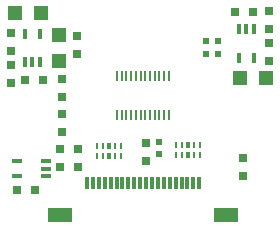
<source format=gtp>
G04*
G04 #@! TF.GenerationSoftware,Altium Limited,Altium Designer,20.0.13 (296)*
G04*
G04 Layer_Color=8421504*
%FSLAX44Y44*%
%MOMM*%
G71*
G01*
G75*
%ADD14R,0.3000X1.0000*%
%ADD15R,2.0000X1.3000*%
G04:AMPARAMS|DCode=16|XSize=0.2mm|YSize=0.565mm|CornerRadius=0.05mm|HoleSize=0mm|Usage=FLASHONLY|Rotation=0.000|XOffset=0mm|YOffset=0mm|HoleType=Round|Shape=RoundedRectangle|*
%AMROUNDEDRECTD16*
21,1,0.2000,0.4650,0,0,0.0*
21,1,0.1000,0.5650,0,0,0.0*
1,1,0.1000,0.0500,-0.2325*
1,1,0.1000,-0.0500,-0.2325*
1,1,0.1000,-0.0500,0.2325*
1,1,0.1000,0.0500,0.2325*
%
%ADD16ROUNDEDRECTD16*%
G04:AMPARAMS|DCode=17|XSize=0.4mm|YSize=0.565mm|CornerRadius=0.05mm|HoleSize=0mm|Usage=FLASHONLY|Rotation=0.000|XOffset=0mm|YOffset=0mm|HoleType=Round|Shape=RoundedRectangle|*
%AMROUNDEDRECTD17*
21,1,0.4000,0.4650,0,0,0.0*
21,1,0.3000,0.5650,0,0,0.0*
1,1,0.1000,0.1500,-0.2325*
1,1,0.1000,-0.1500,-0.2325*
1,1,0.1000,-0.1500,0.2325*
1,1,0.1000,0.1500,0.2325*
%
%ADD17ROUNDEDRECTD17*%
%ADD18R,0.2300X0.9200*%
%ADD19R,0.4000X0.9000*%
%ADD20R,0.9000X0.4000*%
%ADD21R,0.7000X0.7600*%
%ADD22R,0.7600X0.7000*%
%ADD23R,1.1430X1.2700*%
%ADD24R,1.2700X1.1430*%
%ADD25R,0.6000X0.6000*%
%ADD26R,0.6000X0.6000*%
D14*
X-42250Y-289060D02*
D03*
X-32250D02*
D03*
X-37250D02*
D03*
X-22250D02*
D03*
X-12250D02*
D03*
X-17250D02*
D03*
X-2250D02*
D03*
X2750D02*
D03*
X7750D02*
D03*
X22750D02*
D03*
X32750D02*
D03*
X27750D02*
D03*
X42750D02*
D03*
X47750D02*
D03*
X-47250D02*
D03*
X-27250D02*
D03*
X-7250D02*
D03*
X12750D02*
D03*
X17750D02*
D03*
X37750D02*
D03*
D15*
X70320Y-316060D02*
D03*
X-70250D02*
D03*
D16*
X-38852Y-257650D02*
D03*
X-33852D02*
D03*
X-23852D02*
D03*
X-18852D02*
D03*
Y-266000D02*
D03*
X-23852D02*
D03*
X-33852D02*
D03*
X-38852D02*
D03*
X28463Y-256719D02*
D03*
X33463D02*
D03*
X43463D02*
D03*
X48463D02*
D03*
Y-265069D02*
D03*
X43463D02*
D03*
X33463D02*
D03*
X28463D02*
D03*
D17*
X-28852Y-257650D02*
D03*
Y-266000D02*
D03*
X38463Y-256719D02*
D03*
Y-265069D02*
D03*
D18*
X-14000Y-231300D02*
D03*
X-10000D02*
D03*
X-6000D02*
D03*
X-22000D02*
D03*
X-18000D02*
D03*
X-2000D02*
D03*
X2000D02*
D03*
X6000D02*
D03*
X10000D02*
D03*
X14000D02*
D03*
X18000D02*
D03*
X22000D02*
D03*
Y-198500D02*
D03*
X18000D02*
D03*
X14000D02*
D03*
X10000D02*
D03*
X6000D02*
D03*
X2000D02*
D03*
X-2000D02*
D03*
X-6000D02*
D03*
X-10000D02*
D03*
X-14000D02*
D03*
X-18000D02*
D03*
X-22000D02*
D03*
D19*
X-93695Y-187000D02*
D03*
X-100195D02*
D03*
Y-163000D02*
D03*
X-87195Y-187000D02*
D03*
Y-163000D02*
D03*
X87500Y-159000D02*
D03*
X94000D02*
D03*
Y-183000D02*
D03*
X81000Y-159000D02*
D03*
Y-183000D02*
D03*
D20*
X-106250Y-270500D02*
D03*
X-82250D02*
D03*
X-106250Y-283500D02*
D03*
X-82250D02*
D03*
Y-277000D02*
D03*
D21*
X93370Y-144500D02*
D03*
X78130D02*
D03*
X-84130Y-201750D02*
D03*
X-99370D02*
D03*
X-91630Y-294750D02*
D03*
X-106870D02*
D03*
D22*
X107000Y-158620D02*
D03*
Y-143380D02*
D03*
X107000Y-170130D02*
D03*
Y-185370D02*
D03*
X-111500Y-203990D02*
D03*
Y-188750D02*
D03*
X-55250Y-259880D02*
D03*
Y-275120D02*
D03*
X-111500Y-177370D02*
D03*
Y-162130D02*
D03*
X-69750Y-260000D02*
D03*
Y-275240D02*
D03*
X-56000Y-164380D02*
D03*
Y-179620D02*
D03*
X-68750Y-216240D02*
D03*
Y-201000D02*
D03*
X2250Y-270370D02*
D03*
Y-255130D02*
D03*
X84750Y-283120D02*
D03*
Y-267880D02*
D03*
X-68750Y-246250D02*
D03*
Y-231010D02*
D03*
D23*
X82250Y-200000D02*
D03*
X104250D02*
D03*
X-108000Y-145250D02*
D03*
X-86000D02*
D03*
D24*
X-71250Y-163750D02*
D03*
Y-185750D02*
D03*
D25*
X63750Y-180250D02*
D03*
X53750D02*
D03*
X63750Y-168500D02*
D03*
X53750D02*
D03*
D26*
X13500Y-264250D02*
D03*
Y-254250D02*
D03*
M02*

</source>
